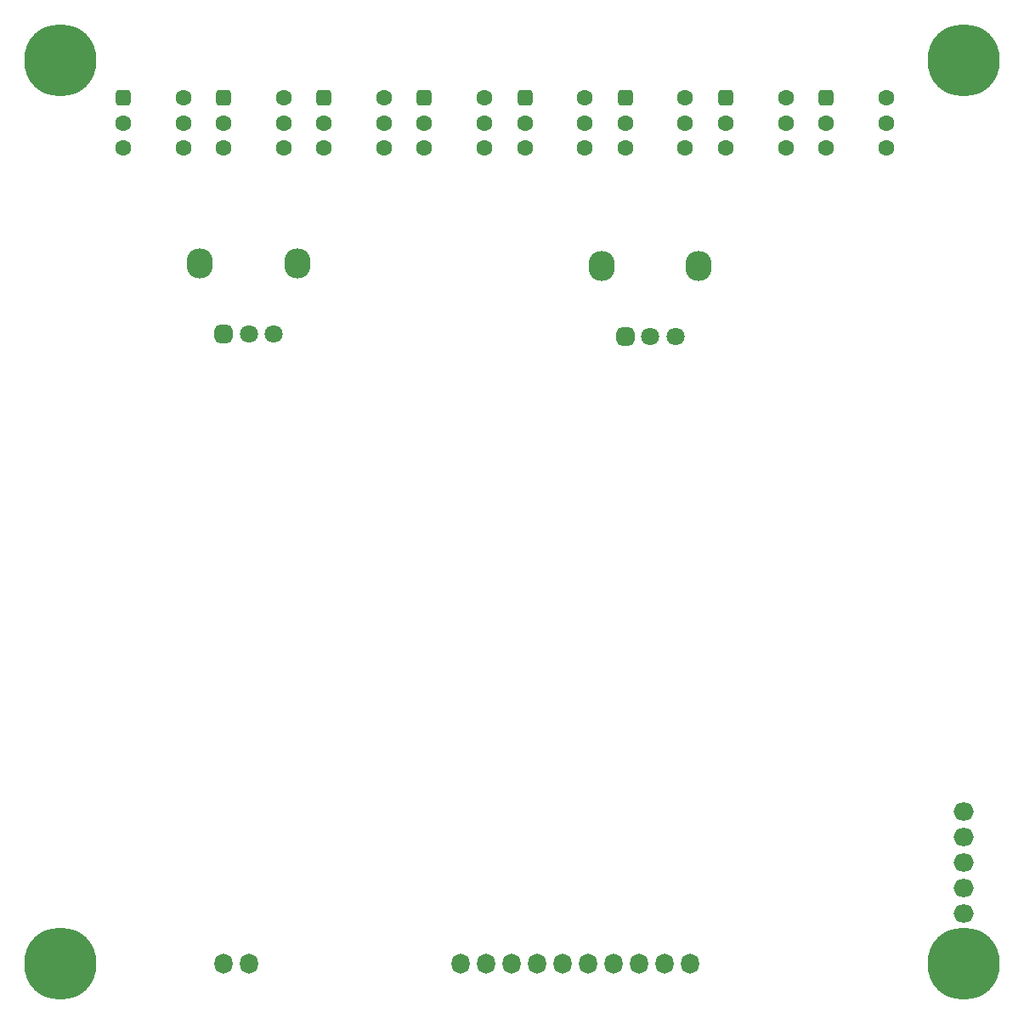
<source format=gbs>
G04*
G04 #@! TF.GenerationSoftware,Altium Limited,Altium Designer,22.7.1 (60)*
G04*
G04 Layer_Color=16711935*
%FSLAX44Y44*%
%MOMM*%
G71*
G04*
G04 #@! TF.SameCoordinates,DCD1F4FC-07E0-4B9C-93DB-C222A076345C*
G04*
G04*
G04 #@! TF.FilePolarity,Negative*
G04*
G01*
G75*
%ADD22C,7.2032*%
%ADD23O,2.6032X3.0032*%
G04:AMPARAMS|DCode=24|XSize=1.8032mm|YSize=1.8032mm|CornerRadius=0.5016mm|HoleSize=0mm|Usage=FLASHONLY|Rotation=0.000|XOffset=0mm|YOffset=0mm|HoleType=Round|Shape=RoundedRectangle|*
%AMROUNDEDRECTD24*
21,1,1.8032,0.8000,0,0,0.0*
21,1,0.8000,1.8032,0,0,0.0*
1,1,1.0032,0.4000,-0.4000*
1,1,1.0032,-0.4000,-0.4000*
1,1,1.0032,-0.4000,0.4000*
1,1,1.0032,0.4000,0.4000*
%
%ADD24ROUNDEDRECTD24*%
%ADD25C,1.8032*%
%ADD26O,1.8032X2.0032*%
%ADD27C,1.6032*%
G04:AMPARAMS|DCode=28|XSize=1.6032mm|YSize=1.6032mm|CornerRadius=0.4516mm|HoleSize=0mm|Usage=FLASHONLY|Rotation=270.000|XOffset=0mm|YOffset=0mm|HoleType=Round|Shape=RoundedRectangle|*
%AMROUNDEDRECTD28*
21,1,1.6032,0.7000,0,0,270.0*
21,1,0.7000,1.6032,0,0,270.0*
1,1,0.9032,-0.3500,-0.3500*
1,1,0.9032,-0.3500,0.3500*
1,1,0.9032,0.3500,0.3500*
1,1,0.9032,0.3500,-0.3500*
%
%ADD28ROUNDEDRECTD28*%
%ADD29O,2.0032X1.8032*%
D22*
X950000Y50000D02*
D03*
Y950000D02*
D03*
X50000D02*
D03*
Y50000D02*
D03*
D23*
X286000Y747500D02*
D03*
X189000D02*
D03*
X686000Y745000D02*
D03*
X589000D02*
D03*
D24*
X212500Y677500D02*
D03*
X612500Y675000D02*
D03*
D25*
X262500Y677500D02*
D03*
X237500D02*
D03*
X662500Y675000D02*
D03*
X637500D02*
D03*
D26*
X651920Y50000D02*
D03*
X677320D02*
D03*
X626520D02*
D03*
X601120D02*
D03*
X448720D02*
D03*
X474120D02*
D03*
X524920D02*
D03*
X499520D02*
D03*
X575720D02*
D03*
X550320D02*
D03*
X212500D02*
D03*
X237900D02*
D03*
D27*
X372500Y862500D02*
D03*
X312500D02*
D03*
Y887500D02*
D03*
X372500D02*
D03*
Y912500D02*
D03*
X172500Y862500D02*
D03*
X112500D02*
D03*
Y887500D02*
D03*
X172500D02*
D03*
Y912500D02*
D03*
X272500Y862500D02*
D03*
X212500D02*
D03*
Y887500D02*
D03*
X272500D02*
D03*
Y912500D02*
D03*
X672500Y862500D02*
D03*
X612500D02*
D03*
Y887500D02*
D03*
X672500D02*
D03*
Y912500D02*
D03*
X572500Y862500D02*
D03*
X512500D02*
D03*
Y887500D02*
D03*
X572500D02*
D03*
Y912500D02*
D03*
X772500Y862500D02*
D03*
X712500D02*
D03*
Y887500D02*
D03*
X772500D02*
D03*
Y912500D02*
D03*
X872500Y862500D02*
D03*
X812500D02*
D03*
Y887500D02*
D03*
X872500D02*
D03*
Y912500D02*
D03*
X472500Y862500D02*
D03*
X412500D02*
D03*
Y887500D02*
D03*
X472500D02*
D03*
Y912500D02*
D03*
D28*
X312500D02*
D03*
X112500D02*
D03*
X212500D02*
D03*
X612500D02*
D03*
X512500D02*
D03*
X712500D02*
D03*
X812500D02*
D03*
X412500D02*
D03*
D29*
X950000Y201200D02*
D03*
Y175800D02*
D03*
Y125000D02*
D03*
Y99600D02*
D03*
Y150400D02*
D03*
M02*

</source>
